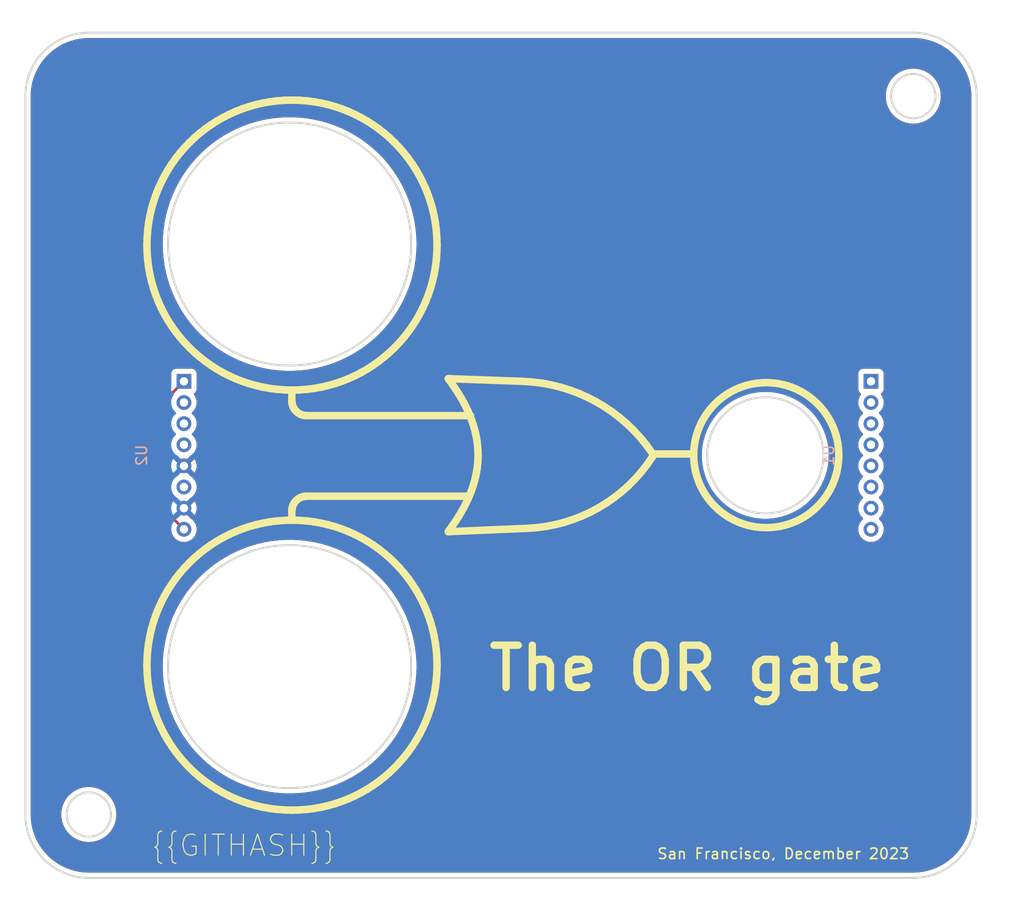
<source format=kicad_pcb>
(kicad_pcb (version 20221018) (generator pcbnew)
  (layers (0 "F.Cu" signal) (31 "B.Cu" signal) (34 "B.Paste" user) (35 "F.Paste" user) (36 "B.SilkS" user "B.Silkscreen") (37 "F.SilkS" user "F.Silkscreen") (38 "B.Mask" user) (39 "F.Mask" user) (44 "Edge.Cuts" user))
  (net 0 "")
  (net 1 "out")
  (net 2 "latch")
  (net 3 "xor")
  (net 4 "and")
  (net 5 "or")
  (net 6 "not")
  (net 7 "wire")
  (net 8 "in")
  (net 9 "and-1")
  (net 10 "xor-1")
  (net 11 "or-1")
  (net 12 "not-1")
  (net 13 "wire-1")
  (net 14 "in-1")
  (footprint "lib:HDR-TH_8P-P2.00-V-F" (layer "B.Cu") (at 101.8 101.1 -90)
    (fp_text reference "U2")
    (fp_text value "<help! no value>")
  )
  (footprint "lib:HDR-TH_8P-P2.00-V-F" (layer "B.Cu") (at 166.8 101.1 -90)
    (fp_text reference "U1")
    (fp_text value "<help! no value>")
  )
  (gr_line (start 114.789789 94.645114) (end 114.113957 94.765805) (stroke (width 0.703791)) (layer "F.SilkS"))
  (gr_line (start 119.697121 132.344329) (end 119.140298 132.701302) (stroke (width 0.703791)) (layer "F.SilkS"))
  (gr_line (start 128.038893 95.691126) (end 127.785011 95.269733) (stroke (width 0.703791)) (layer "F.SilkS"))
  (gr_line (start 109.258085 94.645114) (end 108.594111 94.491869) (stroke (width 0.703791)) (layer "F.SilkS"))
  (gr_line (start 112.730169 107.258148) (end 113.42713 107.311146) (stroke (width 0.703791)) (layer "F.SilkS"))
  (gr_line (start 133.857126 94.096706) (end 134.776739 94.15729) (stroke (width 0.703791)) (layer "F.SilkS"))
  (gr_line (start 150.028683 101.082113) (end 150.037612 100.728997) (stroke (width 0.703791)) (layer "F.SilkS"))
  (gr_line (start 115.453763 67.908128) (end 116.105016 68.093063) (stroke (width 0.703791)) (layer "F.SilkS"))
  (gr_line (start 114.113957 94.765805) (end 113.42713 94.85308) (stroke (width 0.703791)) (layer "F.SilkS"))
  (gr_line (start 103.294238 131.554282) (end 102.796271 131.122932) (stroke (width 0.703791)) (layer "F.SilkS"))
  (gr_line (start 162.759192 97.523932) (end 162.92442 97.811291) (stroke (width 0.703791)) (layer "F.SilkS"))
  (gr_line (start 110.620744 67.546917) (end 111.317705 67.49392) (stroke (width 0.703791)) (layer "F.SilkS"))
  (gr_line (start 112.522638 97.022749) (end 112.575813 97.064535) (stroke (width 0.703791)) (layer "F.SilkS"))
  (gr_line (start 129.615665 100.672992) (end 129.587587 100.262967) (stroke (width 0.703791)) (layer "F.SilkS"))
  (gr_line (start 112.331832 105.480386) (end 112.376073 105.429313) (stroke (width 0.703791)) (layer "F.SilkS"))
  (gr_line (start 100.643833 128.637409) (end 100.28686 128.080586) (stroke (width 0.703791)) (layer "F.SilkS"))
  (gr_line (start 99.132765 116.245475) (end 99.378495 115.62225) (stroke (width 0.703791)) (layer "F.SilkS"))
  (gr_line (start 112.180296 96.607527) (end 112.214189 96.666473) (stroke (width 0.703791)) (layer "F.SilkS"))
  (gr_line (start 111.317705 107.258148) (end 112.023937 107.240291) (stroke (width 0.703791)) (layer "F.SilkS"))
  (gr_line (start 112.688109 105.171939) (end 112.747054 105.138046) (stroke (width 0.703791)) (layer "F.SilkS"))
  (gr_line (start 129.475206 99.440179) (end 129.390873 99.027403) (stroke (width 0.703791)) (layer "F.SilkS"))
  (gr_line (start 154.850112 107.635583) (end 154.531277 107.527701) (stroke (width 0.703791)) (layer "F.SilkS"))
  (gr_line (start 107.305187 133.855397) (end 106.681961 133.609667) (stroke (width 0.703791)) (layer "F.SilkS"))
  (gr_line (start 152.27682 96.002759) (end 152.525803 95.787084) (stroke (width 0.703791)) (layer "F.SilkS"))
  (gr_line (start 124.091468 127.505869) (end 123.761013 128.080586) (stroke (width 0.703791)) (layer "F.SilkS"))
  (gr_line (start 117.365913 133.609667) (end 116.742687 133.855397) (stroke (width 0.703791)) (layer "F.SilkS"))
  (gr_line (start 107.942858 134.071161) (end 107.305187 133.855397) (stroke (width 0.703791)) (layer "F.SilkS"))
  (gr_line (start 124.669378 86.541975) (end 124.394544 87.149894) (stroke (width 0.703791)) (layer "F.SilkS"))
  (gr_line (start 115.453763 94.491869) (end 114.789789 94.645114) (stroke (width 0.703791)) (layer "F.SilkS"))
  (gr_line (start 157.935661 107.865018) (end 157.592247 107.908656) (stroke (width 0.703791)) (layer "F.SilkS"))
  (gr_line (start 112.149212 105.765493) (end 112.180296 105.704801) (stroke (width 0.703791)) (layer "F.SilkS"))
  (gr_line (start 122.613993 89.929698) (end 122.182643 90.427665) (stroke (width 0.703791)) (layer "F.SilkS"))
  (gr_line (start 150.037612 100.728997) (end 150.064111 100.380516) (stroke (width 0.703791)) (layer "F.SilkS"))
  (gr_line (start 163.673558 100.037103) (end 163.717196 100.380516) (stroke (width 0.703791)) (layer "F.SilkS"))
  (gr_line (start 114.113957 67.634193) (end 114.789789 67.754884) (stroke (width 0.703791)) (layer "F.SilkS"))
  (gr_line (start 103.294238 110.374169) (end 103.812686 109.96675) (stroke (width 0.703791)) (layer "F.SilkS"))
  (gr_line (start 125.677017 119.561033) (end 125.730015 120.257994) (stroke (width 0.703791)) (layer "F.SilkS"))
  (gr_line (start 129.625022 101.082113) (end 129.615665 100.672992) (stroke (width 0.703791)) (layer "F.SilkS"))
  (gr_line (start 162.185682 96.717263) (end 162.389392 96.976487) (stroke (width 0.703791)) (layer "F.SilkS"))
  (gr_line (start 101.86523 130.19189) (end 101.43388 129.693924) (stroke (width 0.703791)) (layer "F.SilkS"))
  (gr_line (start 102.319648 71.49571) (end 102.796271 71.041292) (stroke (width 0.703791)) (layer "F.SilkS"))
  (gr_line (start 150.244716 99.3672) (end 150.337184 99.041573) (stroke (width 0.703791)) (layer "F.SilkS"))
  (gr_line (start 114.789789 134.40934) (end 114.113957 134.530031) (stroke (width 0.703791)) (layer "F.SilkS"))
  (gr_line (start 118.56558 108.896695) (end 119.140298 109.22715) (stroke (width 0.703791)) (layer "F.SilkS"))
  (gr_line (start 126.804464 108.325771) (end 127.220497 107.740254) (stroke (width 0.703791)) (layer "F.SilkS"))
  (gr_line (start 118.56558 69.132467) (end 119.140298 69.462923) (stroke (width 0.703791)) (layer "F.SilkS"))
  (gr_line (start 146.097541 100.885143) (end 146.228104 101.078435) (stroke (width 0.703791)) (layer "F.SilkS"))
  (gr_line (start 120.753635 110.374169) (end 121.251602 110.805519) (stroke (width 0.703791)) (layer "F.SilkS"))
  (gr_line (start 128.489979 105.633258) (end 128.687213 105.214798) (stroke (width 0.703791)) (layer "F.SilkS"))
  (gr_line (start 102.796271 131.122932) (end 102.319648 130.668514) (stroke (width 0.703791)) (layer "F.SilkS"))
  (gr_line (start 145.037917 102.711263) (end 144.448713 103.373714) (stroke (width 0.703791)) (layer "F.SilkS"))
  (gr_line (start 112.09582 96.420564) (end 112.121023 96.484485) (stroke (width 0.703791)) (layer "F.SilkS"))
  (gr_line (start 107.305187 108.073055) (end 107.942858 107.857292) (stroke (width 0.703791)) (layer "F.SilkS"))
  (gr_line (start 127.220497 94.423967) (end 126.807561 93.842818) (stroke (width 0.703791)) (layer "F.SilkS"))
  (gr_line (start 113.417991 97.344172) (end 128.914935 97.344172) (stroke (width 0.703791)) (layer "F.SilkS"))
  (gr_line (start 109.933916 67.634193) (end 110.620744 67.546917) (stroke (width 0.703791)) (layer "F.SilkS"))
  (gr_line (start 150.064111 100.380516) (end 150.107748 100.037103) (stroke (width 0.703791)) (layer "F.SilkS"))
  (gr_line (start 98.578822 123.730078) (end 98.458131 123.054246) (stroke (width 0.703791)) (layer "F.SilkS"))
  (gr_line (start 124.669378 115.62225) (end 124.915108 116.245475) (stroke (width 0.703791)) (layer "F.SilkS"))
  (gr_line (start 134.776739 94.15729) (end 135.685348 94.271694) (stroke (width 0.703791)) (layer "F.SilkS"))
  (gr_line (start 114.789789 67.754884) (end 115.453763 67.908128) (stroke (width 0.703791)) (layer "F.SilkS"))
  (gr_line (start 99.956405 74.658356) (end 100.28686 74.083639) (stroke (width 0.703791)) (layer "F.SilkS"))
  (gr_line (start 112.250802 96.723583) (end 112.290046 96.778769) (stroke (width 0.703791)) (layer "F.SilkS"))
  (gr_line (start 112.121023 96.484485) (end 112.149212 96.546835) (stroke (width 0.703791)) (layer "F.SilkS"))
  (gr_line (start 112.747054 105.138046) (end 112.807746 105.106961) (stroke (width 0.703791)) (layer "F.SilkS"))
  (gr_line (start 119.140298 92.937075) (end 118.56558 93.267531) (stroke (width 0.703791)) (layer "F.SilkS"))
  (gr_line (start 152.27682 106.161467) (end 152.038508 105.934258) (stroke (width 0.703791)) (layer "F.SilkS"))
  (gr_line (start 163.717196 101.783709) (end 163.673558 102.127123) (stroke (width 0.703791)) (layer "F.SilkS"))
  (gr_line (start 100.643833 113.291042) (end 101.02646 112.752975) (stroke (width 0.703791)) (layer "F.SilkS"))
  (gr_line (start 163.444123 99.041573) (end 163.53659 99.3672) (stroke (width 0.703791)) (layer "F.SilkS"))
  (gr_line (start 125.747872 81.2) (end 125.730015 81.906232) (stroke (width 0.703791)) (layer "F.SilkS"))
  (gr_line (start 114.113957 107.398421) (end 114.789789 107.519112) (stroke (width 0.703791)) (layer "F.SilkS"))
  (gr_line (start 156.189055 107.908656) (end 155.845641 107.865018) (stroke (width 0.703791)) (layer "F.SilkS"))
  (gr_line (start 112.023937 67.476062) (end 112.730169 67.49392) (stroke (width 0.703791)) (layer "F.SilkS"))
  (gr_line (start 105.482293 93.267531) (end 104.907576 92.937075) (stroke (width 0.703791)) (layer "F.SilkS"))
  (gr_line (start 158.273577 94.359556) (end 158.605564 94.436178) (stroke (width 0.703791)) (layer "F.SilkS"))
  (gr_line (start 151.022114 104.640293) (end 150.856886 104.352935) (stroke (width 0.703791)) (layer "F.SilkS"))
  (gr_line (start 153.915705 94.896809) (end 154.219664 94.759392) (stroke (width 0.703791)) (layer "F.SilkS"))
  (gr_line (start 101.43388 129.693924) (end 101.02646 129.175476) (stroke (width 0.703791)) (layer "F.SilkS"))
  (gr_line (start 151.811299 96.46828) (end 152.038508 96.229968) (stroke (width 0.703791)) (layer "F.SilkS"))
  (gr_line (start 150.856886 97.811291) (end 151.022114 97.523932) (stroke (width 0.703791)) (layer "F.SilkS"))
  (gr_line (start 151.391914 96.976487) (end 151.595624 96.717263) (stroke (width 0.703791)) (layer "F.SilkS"))
  (gr_line (start 117.365913 93.845441) (end 116.742687 94.091171) (stroke (width 0.703791)) (layer "F.SilkS"))
  (gr_line (start 150.107748 102.127123) (end 150.064111 101.783709) (stroke (width 0.703791)) (layer "F.SilkS"))
  (gr_line (start 128.038893 106.473097) (end 128.273877 106.052689) (stroke (width 0.703791)) (layer "F.SilkS"))
  (gr_line (start 125.469051 118.198374) (end 125.589742 118.874205) (stroke (width 0.703791)) (layer "F.SilkS"))
  (gr_line (start 104.350753 69.819895) (end 104.907576 69.462923) (stroke (width 0.703791)) (layer "F.SilkS"))
  (gr_line (start 101.02646 89.41125) (end 100.643833 88.873183) (stroke (width 0.703791)) (layer "F.SilkS"))
  (gr_line (start 106.074042 68.829391) (end 106.681961 68.554557) (stroke (width 0.703791)) (layer "F.SilkS"))
  (gr_line (start 128.489979 96.530966) (end 128.273877 96.111535) (stroke (width 0.703791)) (layer "F.SilkS"))
  (gr_line (start 125.589742 123.054246) (end 125.469051 123.730078) (stroke (width 0.703791)) (layer "F.SilkS"))
  (gr_line (start 98.917001 85.281079) (end 98.732066 84.629826) (stroke (width 0.703791)) (layer "F.SilkS"))
  (gr_line (start 161.504486 106.161467) (end 161.255502 106.377142) (stroke (width 0.703791)) (layer "F.SilkS"))
  (gr_line (start 112.026627 106.161374) (end 112.039006 106.092059) (stroke (width 0.703791)) (layer "F.SilkS"))
  (gr_line (start 141.754831 105.621762) (end 141.007292 106.077523) (stroke (width 0.703791)) (layer "F.SilkS"))
  (gr_line (start 129.587587 101.901259) (end 129.615665 101.491234) (stroke (width 0.703791)) (layer "F.SilkS"))
  (gr_line (start 158.273577 107.804672) (end 157.935661 107.865018) (stroke (width 0.703791)) (layer "F.SilkS"))
  (gr_line (start 129.587587 100.262967) (end 129.540772 99.852032) (stroke (width 0.703791)) (layer "F.SilkS"))
  (gr_line (start 98.578822 118.198374) (end 98.732066 117.5344) (stroke (width 0.703791)) (layer "F.SilkS"))
  (gr_line (start 152.038508 96.229968) (end 152.27682 96.002759) (stroke (width 0.703791)) (layer "F.SilkS"))
  (gr_line (start 98.458131 118.874205) (end 98.578822 118.198374) (stroke (width 0.703791)) (layer "F.SilkS"))
  (gr_line (start 112.934017 97.25876) (end 112.999419 97.28089) (stroke (width 0.703791)) (layer "F.SilkS"))
  (gr_line (start 157.935661 94.299211) (end 158.273577 94.359556) (stroke (width 0.703791)) (layer "F.SilkS"))
  (gr_line (start 123.761013 74.083639) (end 124.091468 74.658356) (stroke (width 0.703791)) (layer "F.SilkS"))
  (gr_line (start 112.870097 105.078773) (end 112.934017 105.05357) (stroke (width 0.703791)) (layer "F.SilkS"))
  (gr_line (start 150.064111 101.783709) (end 150.037612 101.435229) (stroke (width 0.703791)) (layer "F.SilkS"))
  (gr_line (start 156.890651 94.220145) (end 157.243767 94.229074) (stroke (width 0.703791)) (layer "F.SilkS"))
  (gr_line (start 98.917001 116.883146) (end 99.132765 116.245475) (stroke (width 0.703791)) (layer "F.SilkS"))
  (gr_line (start 163.673558 102.127123) (end 163.613213 102.465039) (stroke (width 0.703791)) (layer "F.SilkS"))
  (gr_line (start 101.43388 89.929698) (end 101.02646 89.41125) (stroke (width 0.703791)) (layer "F.SilkS"))
  (gr_line (start 99.653329 87.149894) (end 99.378495 86.541975) (stroke (width 0.703791)) (layer "F.SilkS"))
  (gr_line (start 112.999419 105.031441) (end 113.066214 105.012473) (stroke (width 0.703791)) (layer "F.SilkS"))
  (gr_line (start 150.567931 103.753101) (end 150.445066 103.441488) (stroke (width 0.703791)) (layer "F.SilkS"))
  (gr_line (start 152.785027 106.580852) (end 152.525803 106.377142) (stroke (width 0.703791)) (layer "F.SilkS"))
  (gr_line (start 163.743695 100.728997) (end 163.752623 101.082113) (stroke (width 0.703791)) (layer "F.SilkS"))
  (gr_line (start 125.677017 79.796807) (end 125.730015 80.493768) (stroke (width 0.703791)) (layer "F.SilkS"))
  (gr_line (start 121.728225 130.668514) (end 121.251602 131.122932) (stroke (width 0.703791)) (layer "F.SilkS"))
  (gr_line (start 99.653329 115.014331) (end 99.956405 114.422582) (stroke (width 0.703791)) (layer "F.SilkS"))
  (gr_line (start 158.931191 107.635583) (end 158.605564 107.72805) (stroke (width 0.703791)) (layer "F.SilkS"))
  (gr_line (start 103.812686 109.96675) (end 104.350753 109.584122) (stroke (width 0.703791)) (layer "F.SilkS"))
  (gr_line (start 154.531277 107.527701) (end 154.219664 107.404835) (stroke (width 0.703791)) (layer "F.SilkS"))
  (gr_line (start 99.378495 86.541975) (end 99.132765 85.91875) (stroke (width 0.703791)) (layer "F.SilkS"))
  (gr_line (start 162.389392 105.187739) (end 162.185682 105.446963) (stroke (width 0.703791)) (layer "F.SilkS"))
  (gr_line (start 112.730169 134.670304) (end 112.023937 134.688162) (stroke (width 0.703791)) (layer "F.SilkS"))
  (gr_line (start 109.258085 67.754884) (end 109.933916 67.634193) (stroke (width 0.703791)) (layer "F.SilkS"))
  (gr_line (start 112.214189 105.645856) (end 112.250802 105.588746) (stroke (width 0.703791)) (layer "F.SilkS"))
  (gr_line (start 113.417991 104.968159) (end 128.563039 104.968159) (stroke (width 0.703791)) (layer "F.SilkS"))
  (gr_line (start 108.594111 134.256096) (end 107.942858 134.071161) (stroke (width 0.703791)) (layer "F.SilkS"))
  (gr_line (start 102.319648 130.668514) (end 101.86523 130.19189) (stroke (width 0.703791)) (layer "F.SilkS"))
  (gr_line (start 151.595624 105.446963) (end 151.391914 105.187739) (stroke (width 0.703791)) (layer "F.SilkS"))
  (gr_line (start 139.168576 95.24469) (end 139.991286 95.611073) (stroke (width 0.703791)) (layer "F.SilkS"))
  (gr_line (start 150.445066 98.722738) (end 150.567931 98.411125) (stroke (width 0.703791)) (layer "F.SilkS"))
  (gr_line (start 125.730015 81.906232) (end 125.677017 82.603193) (stroke (width 0.703791)) (layer "F.SilkS"))
  (gr_line (start 153.619831 95.048347) (end 153.915705 94.896809) (stroke (width 0.703791)) (layer "F.SilkS"))
  (gr_line (start 101.86523 90.427665) (end 101.43388 89.929698) (stroke (width 0.703791)) (layer "F.SilkS"))
  (gr_line (start 163.336241 103.441488) (end 163.213376 103.753101) (stroke (width 0.703791)) (layer "F.SilkS"))
  (gr_line (start 99.378495 115.62225) (end 99.653329 115.014331) (stroke (width 0.703791)) (layer "F.SilkS"))
  (gr_line (start 112.376073 105.429313) (end 112.42268 105.380429) (stroke (width 0.703791)) (layer "F.SilkS"))
  (gr_line (start 123.021413 112.752975) (end 123.40404 113.291042) (stroke (width 0.703791)) (layer "F.SilkS"))
  (gr_line (start 158.605564 94.436178) (end 158.931191 94.528646) (stroke (width 0.703791)) (layer "F.SilkS"))
  (gr_line (start 142.311039 96.987475) (end 143.027968 97.534886) (stroke (width 0.703791)) (layer "F.SilkS"))
  (gr_line (start 160.996278 106.580852) (end 160.727245 106.772166) (stroke (width 0.703791)) (layer "F.SilkS"))
  (gr_line (start 163.53659 99.3672) (end 163.613213 99.699187) (stroke (width 0.703791)) (layer "F.SilkS"))
  (gr_line (start 117.973831 93.570606) (end 117.365913 93.845441) (stroke (width 0.703791)) (layer "F.SilkS"))
  (gr_line (start 125.130872 85.281079) (end 124.915108 85.91875) (stroke (width 0.703791)) (layer "F.SilkS"))
  (gr_line (start 107.942858 107.857292) (end 108.594111 107.672357) (stroke (width 0.703791)) (layer "F.SilkS"))
  (gr_line (start 112.688109 97.140392) (end 112.747054 97.174285) (stroke (width 0.703791)) (layer "F.SilkS"))
  (gr_line (start 160.448833 95.213575) (end 160.727245 95.392061) (stroke (width 0.703791)) (layer "F.SilkS"))
  (gr_line (start 143.823763 103.997152) (end 143.165106 104.580414) (stroke (width 0.703791)) (layer "F.SilkS"))
  (gr_line (start 112.01224 96.009024) (end 112.017676 96.080507) (stroke (width 0.703791)) (layer "F.SilkS"))
  (gr_line (start 163.213376 103.753101) (end 163.075958 104.05706) (stroke (width 0.703791)) (layer "F.SilkS"))
  (gr_line (start 163.613213 99.699187) (end 163.673558 100.037103) (stroke (width 0.703791)) (layer "F.SilkS"))
  (gr_line (start 106.681961 108.318785) (end 107.305187 108.073055) (stroke (width 0.703791)) (layer "F.SilkS"))
  (gr_line (start 112.42268 105.380429) (end 112.471565 105.333822) (stroke (width 0.703791)) (layer "F.SilkS"))
  (gr_line (start 163.075958 98.107165) (end 163.213376 98.411125) (stroke (width 0.703791)) (layer "F.SilkS"))
  (gr_line (start 153.332472 95.213575) (end 153.619831 95.048347) (stroke (width 0.703791)) (layer "F.SilkS"))
  (gr_line (start 163.53659 102.797026) (end 163.444123 103.122652) (stroke (width 0.703791)) (layer "F.SilkS"))
  (gr_line (start 122.613993 112.234527) (end 123.021413 112.752975) (stroke (width 0.703791)) (layer "F.SilkS"))
  (gr_line (start 159.865599 94.896809) (end 160.161474 95.048347) (stroke (width 0.703791)) (layer "F.SilkS"))
  (gr_line (start 159.250027 94.636527) (end 159.56164 94.759392) (stroke (width 0.703791)) (layer "F.SilkS"))
  (gr_line (start 125.730015 80.493768) (end 125.747872 81.2) (stroke (width 0.703791)) (layer "F.SilkS"))
  (gr_line (start 156.890651 107.944083) (end 156.537535 107.935155) (stroke (width 0.703791)) (layer "F.SilkS"))
  (gr_line (start 98.917001 77.11892) (end 99.132765 76.481249) (stroke (width 0.703791)) (layer "F.SilkS"))
  (gr_line (start 123.761013 88.31636) (end 123.40404 88.873183) (stroke (width 0.703791)) (layer "F.SilkS"))
  (gr_line (start 121.728225 90.904288) (end 121.251602 91.358706) (stroke (width 0.703791)) (layer "F.SilkS"))
  (gr_line (start 105.482293 108.896695) (end 106.074042 108.593619) (stroke (width 0.703791)) (layer "F.SilkS"))
  (gr_line (start 98.370855 79.796807) (end 98.458131 79.109979) (stroke (width 0.703791)) (layer "F.SilkS"))
  (gr_line (start 125.469051 123.730078) (end 125.315807 124.394052) (stroke (width 0.703791)) (layer "F.SilkS"))
  (gr_line (start 123.40404 128.637409) (end 123.021413 129.175476) (stroke (width 0.703791)) (layer "F.SilkS"))
  (gr_line (start 98.370855 122.367419) (end 98.317858 121.670458) (stroke (width 0.703791)) (layer "F.SilkS"))
  (gr_line (start 137.782044 107.440689) (end 136.927156 107.660699) (stroke (width 0.703791)) (layer "F.SilkS"))
  (gr_line (start 124.394544 115.014331) (end 124.669378 115.62225) (stroke (width 0.703791)) (layer "F.SilkS"))
  (gr_line (start 157.243767 94.229074) (end 157.592247 94.255573) (stroke (width 0.703791)) (layer "F.SilkS"))
  (gr_line (start 105.482293 133.031757) (end 104.907576 132.701302) (stroke (width 0.703791)) (layer "F.SilkS"))
  (gr_line (start 112.054723 106.023959) (end 112.073691 105.957165) (stroke (width 0.703791)) (layer "F.SilkS"))
  (gr_line (start 100.643833 73.526815) (end 101.02646 72.988749) (stroke (width 0.703791)) (layer "F.SilkS"))
  (gr_line (start 122.182643 71.972334) (end 122.613993 72.470301) (stroke (width 0.703791)) (layer "F.SilkS"))
  (gr_line (start 113.345557 104.96999) (end 113.417991 104.968159) (stroke (width 0.703791)) (layer "F.SilkS"))
  (gr_line (start 122.613993 129.693924) (end 122.182643 130.19189) (stroke (width 0.703791)) (layer "F.SilkS"))
  (gr_line (start 112.999419 97.28089) (end 113.066214 97.299858) (stroke (width 0.703791)) (layer "F.SilkS"))
  (gr_line (start 135.173368 107.947646) (end 134.278545 108.012257) (stroke (width 0.703791)) (layer "F.SilkS"))
  (gr_line (start 163.613213 102.465039) (end 163.53659 102.797026) (stroke (width 0.703791)) (layer "F.SilkS"))
  (gr_line (start 138.324569 94.926418) (end 139.168576 95.24469) (stroke (width 0.703791)) (layer "F.SilkS"))
  (gr_line (start 113.345557 97.34234) (end 113.417991 97.344172) (stroke (width 0.703791)) (layer "F.SilkS"))
  (gr_line (start 129.540772 102.312194) (end 129.587587 101.901259) (stroke (width 0.703791)) (layer "F.SilkS"))
  (gr_line (start 150.037612 101.435229) (end 150.028683 101.082113) (stroke (width 0.703791)) (layer "F.SilkS"))
  (gr_line (start 103.812686 131.961702) (end 103.294238 131.554282) (stroke (width 0.703791)) (layer "F.SilkS"))
  (gr_line (start 113.20363 97.327953) (end 113.274074 97.336905) (stroke (width 0.703791)) (layer "F.SilkS"))
  (gr_line (start 109.933916 107.398421) (end 110.620744 107.311146) (stroke (width 0.703791)) (layer "F.SilkS"))
  (gr_line (start 125.315807 124.394052) (end 125.130872 125.045305) (stroke (width 0.703791)) (layer "F.SilkS"))
  (gr_line (start 111.317705 134.670304) (end 110.620744 134.617307) (stroke (width 0.703791)) (layer "F.SilkS"))
  (gr_line (start 124.915108 85.91875) (end 124.669378 86.541975) (stroke (width 0.703791)) (layer "F.SilkS"))
  (gr_line (start 124.915108 125.682975) (end 124.669378 126.306201) (stroke (width 0.703791)) (layer "F.SilkS"))
  (gr_line (start 160.161474 107.11588) (end 159.865599 107.267418) (stroke (width 0.703791)) (layer "F.SilkS"))
  (gr_line (start 129.287761 98.613695) (end 129.165853 98.199051) (stroke (width 0.703791)) (layer "F.SilkS"))
  (gr_line (start 111.317705 67.49392) (end 112.023937 67.476062) (stroke (width 0.703791)) (layer "F.SilkS"))
  (gr_line (start 154.531277 94.636527) (end 154.850112 94.528646) (stroke (width 0.703791)) (layer "F.SilkS"))
  (gr_line (start 150.445066 103.441488) (end 150.337184 103.122652) (stroke (width 0.703791)) (layer "F.SilkS"))
  (gr_line (start 145.589336 102.010962) (end 145.037917 102.711263) (stroke (width 0.703791)) (layer "F.SilkS"))
  (gr_line (start 146.233918 100.969983) (end 149.94879 100.969983) (stroke (width 0.703791)) (layer "F.SilkS"))
  (gr_line (start 150.107748 100.037103) (end 150.168094 99.699187) (stroke (width 0.703791)) (layer "F.SilkS"))
  (gr_line (start 116.742687 133.855397) (end 116.105016 134.071161) (stroke (width 0.703791)) (layer "F.SilkS"))
  (gr_line (start 114.113957 134.530031) (end 113.42713 134.617307) (stroke (width 0.703791)) (layer "F.SilkS"))
  (gr_line (start 112.730169 94.906078) (end 112.023937 94.923935) (stroke (width 0.703791)) (layer "F.SilkS"))
  (gr_line (start 98.732066 77.770174) (end 98.917001 77.11892) (stroke (width 0.703791)) (layer "F.SilkS"))
  (gr_line (start 142.474782 105.122338) (end 141.754831 105.621762) (stroke (width 0.703791)) (layer "F.SilkS"))
  (gr_line (start 100.643833 88.873183) (end 100.28686 88.31636) (stroke (width 0.703791)) (layer "F.SilkS"))
  (gr_line (start 125.589742 83.29002) (end 125.469051 83.965852) (stroke (width 0.703791)) (layer "F.SilkS"))
  (gr_line (start 112.023937 134.688162) (end 111.317705 134.670304) (stroke (width 0.703791)) (layer "F.SilkS"))
  (gr_line (start 160.996278 95.583375) (end 161.255502 95.787084) (stroke (width 0.703791)) (layer "F.SilkS"))
  (gr_line (start 103.812686 70.202522) (end 104.350753 69.819895) (stroke (width 0.703791)) (layer "F.SilkS"))
  (gr_line (start 106.681961 93.845441) (end 106.074042 93.570606) (stroke (width 0.703791)) (layer "F.SilkS"))
  (gr_line (start 160.727245 95.392061) (end 160.996278 95.583375) (stroke (width 0.703791)) (layer "F.SilkS"))
  (gr_line (start 128.865594 97.366923) (end 128.687213 96.949427) (stroke (width 0.703791)) (layer "F.SilkS"))
  (gr_line (start 161.255502 95.787084) (end 161.504486 96.002759) (stroke (width 0.703791)) (layer "F.SilkS"))
  (gr_line (start 112.630999 97.103779) (end 112.688109 97.140392) (stroke (width 0.703791)) (layer "F.SilkS"))
  (gr_line (start 105.482293 69.132467) (end 106.074042 68.829391) (stroke (width 0.703791)) (layer "F.SilkS"))
  (gr_line (start 108.594111 67.908128) (end 109.258085 67.754884) (stroke (width 0.703791)) (layer "F.SilkS"))
  (gr_line (start 120.753635 70.609942) (end 121.251602 71.041292) (stroke (width 0.703791)) (layer "F.SilkS"))
  (gr_line (start 123.40404 73.526815) (end 123.761013 74.083639) (stroke (width 0.703791)) (layer "F.SilkS"))
  (gr_line (start 116.105016 94.306934) (end 115.453763 94.491869) (stroke (width 0.703791)) (layer "F.SilkS"))
  (gr_line (start 100.28686 88.31636) (end 99.956405 87.741643) (stroke (width 0.703791)) (layer "F.SilkS"))
  (gr_line (start 163.444123 103.122652) (end 163.336241 103.441488) (stroke (width 0.703791)) (layer "F.SilkS"))
  (gr_line (start 129.025135 97.783463) (end 128.865594 97.366923) (stroke (width 0.703791)) (layer "F.SilkS"))
  (gr_line (start 113.274074 104.975426) (end 113.345557 104.96999) (stroke (width 0.703791)) (layer "F.SilkS"))
  (gr_line (start 107.305187 68.308827) (end 107.942858 68.093063) (stroke (width 0.703791)) (layer "F.SilkS"))
  (gr_line (start 119.697121 92.580103) (end 119.140298 92.937075) (stroke (width 0.703791)) (layer "F.SilkS"))
  (gr_line (start 162.759192 104.640293) (end 162.580706 104.918705) (stroke (width 0.703791)) (layer "F.SilkS"))
  (gr_line (start 106.074042 133.334833) (end 105.482293 133.031757) (stroke (width 0.703791)) (layer "F.SilkS"))
  (gr_line (start 99.378495 126.306201) (end 99.132765 125.682975) (stroke (width 0.703791)) (layer "F.SilkS"))
  (gr_line (start 160.161474 95.048347) (end 160.448833 95.213575) (stroke (width 0.703791)) (layer "F.SilkS"))
  (gr_line (start 114.789789 107.519112) (end 115.453763 107.672357) (stroke (width 0.703791)) (layer "F.SilkS"))
  (gr_line (start 121.251602 110.805519) (end 121.728225 111.259937) (stroke (width 0.703791)) (layer "F.SilkS"))
  (gr_line (start 125.677017 122.367419) (end 125.589742 123.054246) (stroke (width 0.703791)) (layer "F.SilkS"))
  (gr_line (start 125.589742 79.109979) (end 125.677017 79.796807) (stroke (width 0.703791)) (layer "F.SilkS"))
  (gr_line (start 98.732066 117.5344) (end 98.917001 116.883146) (stroke (width 0.703791)) (layer "F.SilkS"))
  (gr_line (start 101.43388 112.234527) (end 101.86523 111.73656) (stroke (width 0.703791)) (layer "F.SilkS"))
  (gr_line (start 112.039006 96.220267) (end 112.054723 96.288367) (stroke (width 0.703791)) (layer "F.SilkS"))
  (gr_line (start 153.619831 107.11588) (end 153.332472 106.950652) (stroke (width 0.703791)) (layer "F.SilkS"))
  (gr_line (start 101.02646 72.988749) (end 101.43388 72.470301) (stroke (width 0.703791)) (layer "F.SilkS"))
  (gr_line (start 116.105016 68.093063) (end 116.742687 68.308827) (stroke (width 0.703791)) (layer "F.SilkS"))
  (gr_line (start 120.235187 131.961702) (end 119.697121 132.344329) (stroke (width 0.703791)) (layer "F.SilkS"))
  (gr_line (start 156.537535 107.935155) (end 156.189055 107.908656) (stroke (width 0.703791)) (layer "F.SilkS"))
  (gr_line (start 153.054061 106.772166) (end 152.785027 106.580852) (stroke (width 0.703791)) (layer "F.SilkS"))
  (gr_line (start 104.907576 92.937075) (end 104.350753 92.580103) (stroke (width 0.703791)) (layer "F.SilkS"))
  (gr_line (start 98.317858 80.493768) (end 98.370855 79.796807) (stroke (width 0.703791)) (layer "F.SilkS"))
  (gr_line (start 163.336241 98.722738) (end 163.444123 99.041573) (stroke (width 0.703791)) (layer "F.SilkS"))
  (gr_line (start 156.537535 94.229074) (end 156.890651 94.220145) (stroke (width 0.703791)) (layer "F.SilkS"))
  (gr_line (start 104.907576 69.462923) (end 105.482293 69.132467) (stroke (width 0.703791)) (layer "F.SilkS"))
  (gr_line (start 124.091468 114.422582) (end 124.394544 115.014331) (stroke (width 0.703791)) (layer "F.SilkS"))
  (gr_line (start 117.973831 133.334833) (end 117.365913 133.609667) (stroke (width 0.703791)) (layer "F.SilkS"))
  (gr_line (start 98.458131 83.29002) (end 98.370855 82.603193) (stroke (width 0.703791)) (layer "F.SilkS"))
  (gr_line (start 127.785011 106.89449) (end 128.038893 106.473097) (stroke (width 0.703791)) (layer "F.SilkS"))
  (gr_line (start 98.317858 121.670458) (end 98.3 120.964226) (stroke (width 0.703791)) (layer "F.SilkS"))
  (gr_line (start 118.56558 133.031757) (end 117.973831 133.334833) (stroke (width 0.703791)) (layer "F.SilkS"))
  (gr_line (start 129.390873 99.027403) (end 129.287761 98.613695) (stroke (width 0.703791)) (layer "F.SilkS"))
  (gr_line (start 159.56164 107.404835) (end 159.250027 107.527701) (stroke (width 0.703791)) (layer "F.SilkS"))
  (gr_line (start 112.073691 105.957165) (end 112.09582 105.891763) (stroke (width 0.703791)) (layer "F.SilkS"))
  (gr_line (start 157.592247 107.908656) (end 157.243767 107.935155) (stroke (width 0.703791)) (layer "F.SilkS"))
  (gr_line (start 127.512217 107.316873) (end 127.785011 106.89449) (stroke (width 0.703791)) (layer "F.SilkS"))
  (gr_line (start 98.3 81.2) (end 98.317858 80.493768) (stroke (width 0.703791)) (layer "F.SilkS"))
  (gr_line (start 140.790639 96.024426) (end 141.564576 96.483607) (stroke (width 0.703791)) (layer "F.SilkS"))
  (gr_line (start 99.132765 125.682975) (end 98.917001 125.045305) (stroke (width 0.703791)) (layer "F.SilkS"))
  (gr_line (start 163.075958 104.05706) (end 162.92442 104.352935) (stroke (width 0.703791)) (layer "F.SilkS"))
  (gr_line (start 113.42713 134.617307) (end 112.730169 134.670304) (stroke (width 0.703791)) (layer "F.SilkS"))
  (gr_line (start 112.575813 105.247795) (end 112.630999 105.208551) (stroke (width 0.703791)) (layer "F.SilkS"))
  (gr_line (start 124.394544 75.250105) (end 124.669378 75.858024) (stroke (width 0.703791)) (layer "F.SilkS"))
  (gr_line (start 123.021413 89.41125) (end 122.613993 89.929698) (stroke (width 0.703791)) (layer "F.SilkS"))
  (gr_line (start 143.027968 97.534886) (end 143.713304 98.1247) (stroke (width 0.703791)) (layer "F.SilkS"))
  (gr_line (start 102.319648 90.904288) (end 101.86523 90.427665) (stroke (width 0.703791)) (layer "F.SilkS"))
  (gr_line (start 155.507726 107.804672) (end 155.175739 107.72805) (stroke (width 0.703791)) (layer "F.SilkS"))
  (gr_line (start 113.20363 104.984377) (end 113.274074 104.975426) (stroke (width 0.703791)) (layer "F.SilkS"))
  (gr_line (start 113.42713 67.546917) (end 114.113957 67.634193) (stroke (width 0.703791)) (layer "F.SilkS"))
  (gr_line (start 113.42713 94.85308) (end 112.730169 94.906078) (stroke (width 0.703791)) (layer "F.SilkS"))
  (gr_line (start 119.697121 109.584122) (end 120.235187 109.96675) (stroke (width 0.703791)) (layer "F.SilkS"))
  (gr_line (start 121.728225 71.49571) (end 122.182643 71.972334) (stroke (width 0.703791)) (layer "F.SilkS"))
  (gr_line (start 104.350753 92.580103) (end 103.812686 92.197476) (stroke (width 0.703791)) (layer "F.SilkS"))
  (gr_line (start 112.522638 105.289581) (end 112.575813 105.247795) (stroke (width 0.703791)) (layer "F.SilkS"))
  (gr_line (start 112.376073 96.883016) (end 112.42268 96.931901) (stroke (width 0.703791)) (layer "F.SilkS"))
  (gr_line (start 163.743695 101.435229) (end 163.717196 101.783709) (stroke (width 0.703791)) (layer "F.SilkS"))
  (gr_line (start 150.567931 98.411125) (end 150.705348 98.107165) (stroke (width 0.703791)) (layer "F.SilkS"))
  (gr_line (start 144.364988 98.755775) (end 144.980962 99.426968) (stroke (width 0.703791)) (layer "F.SilkS"))
  (gr_line (start 158.605564 107.72805) (end 158.273577 107.804672) (stroke (width 0.703791)) (layer "F.SilkS"))
  (gr_line (start 159.56164 94.759392) (end 159.865599 94.896809) (stroke (width 0.703791)) (layer "F.SilkS"))
  (gr_line (start 151.022114 97.523932) (end 151.2006 97.245521) (stroke (width 0.703791)) (layer "F.SilkS"))
  (gr_line (start 143.165106 104.580414) (end 142.474782 105.122338) (stroke (width 0.703791)) (layer "F.SilkS"))
  (gr_line (start 162.185682 105.446963) (end 161.970007 105.695946) (stroke (width 0.703791)) (layer "F.SilkS"))
  (gr_line (start 123.021413 72.988749) (end 123.40404 73.526815) (stroke (width 0.703791)) (layer "F.SilkS"))
  (gr_line (start 106.681961 133.609667) (end 106.074042 133.334833) (stroke (width 0.703791)) (layer "F.SilkS"))
  (gr_line (start 120.235187 92.197476) (end 119.697121 92.580103) (stroke (width 0.703791)) (layer "F.SilkS"))
  (gr_line (start 102.319648 111.259937) (end 102.796271 110.805519) (stroke (width 0.703791)) (layer "F.SilkS"))
  (gr_line (start 140.234204 106.488458) (end 139.437607 106.853406) (stroke (width 0.703791)) (layer "F.SilkS"))
  (gr_line (start 125.730015 120.257994) (end 125.747872 120.964226) (stroke (width 0.703791)) (layer "F.SilkS"))
  (gr_line (start 129.475206 102.724047) (end 129.540772 102.312194) (stroke (width 0.703791)) (layer "F.SilkS"))
  (gr_line (start 157.592247 94.255573) (end 157.935661 94.299211) (stroke (width 0.703791)) (layer "F.SilkS"))
  (gr_line (start 155.507726 94.359556) (end 155.845641 94.299211) (stroke (width 0.703791)) (layer "F.SilkS"))
  (gr_line (start 122.613993 72.470301) (end 123.021413 72.988749) (stroke (width 0.703791)) (layer "F.SilkS"))
  (gr_line (start 117.973831 68.829391) (end 118.56558 69.132467) (stroke (width 0.703791)) (layer "F.SilkS"))
  (gr_line (start 139.437607 106.853406) (end 138.61954 107.171204) (stroke (width 0.703791)) (layer "F.SilkS"))
  (gr_line (start 111.317705 94.906078) (end 110.620744 94.85308) (stroke (width 0.703791)) (layer "F.SilkS"))
  (gr_line (start 121.251602 131.122932) (end 120.753635 131.554282) (stroke (width 0.703791)) (layer "F.SilkS"))
  (gr_line (start 125.469051 78.434147) (end 125.589742 79.109979) (stroke (width 0.703791)) (layer "F.SilkS"))
  (gr_line (start 161.970007 96.46828) (end 162.185682 96.717263) (stroke (width 0.703791)) (layer "F.SilkS"))
  (gr_line (start 137.461322 94.657401) (end 138.324569 94.926418) (stroke (width 0.703791)) (layer "F.SilkS"))
  (gr_line (start 99.653329 126.91412) (end 99.378495 126.306201) (stroke (width 0.703791)) (layer "F.SilkS"))
  (gr_line (start 99.956405 127.505869) (end 99.653329 126.91412) (stroke (width 0.703791)) (layer "F.SilkS"))
  (gr_line (start 101.02646 112.752975) (end 101.43388 112.234527) (stroke (width 0.703791)) (layer "F.SilkS"))
  (gr_line (start 162.580706 104.918705) (end 162.389392 105.187739) (stroke (width 0.703791)) (layer "F.SilkS"))
  (gr_line (start 112.010408 95.115071) (end 112.010408 95.93659) (stroke (width 0.703791)) (layer "F.SilkS"))
  (gr_line (start 127.220497 107.740254) (end 127.512217 107.316873) (stroke (width 0.703791)) (layer "F.SilkS"))
  (gr_line (start 122.182643 90.427665) (end 121.728225 90.904288) (stroke (width 0.703791)) (layer "F.SilkS"))
  (gr_line (start 125.315807 117.5344) (end 125.469051 118.198374) (stroke (width 0.703791)) (layer "F.SilkS"))
  (gr_line (start 129.390873 103.136823) (end 129.475206 102.724047) (stroke (width 0.703791)) (layer "F.SilkS"))
  (gr_line (start 110.620744 107.311146) (end 111.317705 107.258148) (stroke (width 0.703791)) (layer "F.SilkS"))
  (gr_line (start 112.290046 105.53356) (end 112.331832 105.480386) (stroke (width 0.703791)) (layer "F.SilkS"))
  (gr_line (start 99.132765 76.481249) (end 99.378495 75.858024) (stroke (width 0.703791)) (layer "F.SilkS"))
  (gr_line (start 129.165853 98.199051) (end 129.025135 97.783463) (stroke (width 0.703791)) (layer "F.SilkS"))
  (gr_line (start 112.290046 96.778769) (end 112.331832 96.831943) (stroke (width 0.703791)) (layer "F.SilkS"))
  (gr_line (start 138.61954 107.171204) (end 137.782044 107.440689) (stroke (width 0.703791)) (layer "F.SilkS"))
  (gr_line (start 112.42268 96.931901) (end 112.471565 96.978508) (stroke (width 0.703791)) (layer "F.SilkS"))
  (gr_line (start 125.315807 77.770174) (end 125.469051 78.434147) (stroke (width 0.703791)) (layer "F.SilkS"))
  (gr_line (start 161.742798 105.934258) (end 161.504486 106.161467) (stroke (width 0.703791)) (layer "F.SilkS"))
  (gr_line (start 136.056918 107.830072) (end 135.173368 107.947646) (stroke (width 0.703791)) (layer "F.SilkS"))
  (gr_line (start 112.023937 94.923935) (end 111.317705 94.906078) (stroke (width 0.703791)) (layer "F.SilkS"))
  (gr_line (start 122.182643 130.19189) (end 121.728225 130.668514) (stroke (width 0.703791)) (layer "F.SilkS"))
  (gr_line (start 112.630999 105.208551) (end 112.688109 105.171939) (stroke (width 0.703791)) (layer "F.SilkS"))
  (gr_line (start 98.3 120.964226) (end 98.317858 120.257994) (stroke (width 0.703791)) (layer "F.SilkS"))
  (gr_line (start 123.40404 113.291042) (end 123.761013 113.847865) (stroke (width 0.703791)) (layer "F.SilkS"))
  (gr_line (start 108.594111 107.672357) (end 109.258085 107.519112) (stroke (width 0.703791)) (layer "F.SilkS"))
  (gr_line (start 125.677017 82.603193) (end 125.589742 83.29002) (stroke (width 0.703791)) (layer "F.SilkS"))
  (gr_line (start 120.235187 109.96675) (end 120.753635 110.374169) (stroke (width 0.703791)) (layer "F.SilkS"))
  (gr_line (start 128.687213 96.949427) (end 128.489979 96.530966) (stroke (width 0.703791)) (layer "F.SilkS"))
  (gr_line (start 120.753635 131.554282) (end 120.235187 131.961702) (stroke (width 0.703791)) (layer "F.SilkS"))
  (gr_line (start 100.28686 128.080586) (end 99.956405 127.505869) (stroke (width 0.703791)) (layer "F.SilkS"))
  (gr_line (start 117.973831 108.593619) (end 118.56558 108.896695) (stroke (width 0.703791)) (layer "F.SilkS"))
  (gr_line (start 150.337184 103.122652) (end 150.244716 102.797026) (stroke (width 0.703791)) (layer "F.SilkS"))
  (gr_line (start 109.258085 134.40934) (end 108.594111 134.256096) (stroke (width 0.703791)) (layer "F.SilkS"))
  (gr_line (start 115.453763 107.672357) (end 116.105016 107.857292) (stroke (width 0.703791)) (layer "F.SilkS"))
  (gr_line (start 103.294238 70.609942) (end 103.812686 70.202522) (stroke (width 0.703791)) (layer "F.SilkS"))
  (gr_line (start 112.010408 106.375733) (end 112.01224 106.3033) (stroke (width 0.703791)) (layer "F.SilkS"))
  (gr_line (start 101.43388 72.470301) (end 101.86523 71.972334) (stroke (width 0.703791)) (layer "F.SilkS"))
  (gr_line (start 112.180296 105.704801) (end 112.214189 105.645856) (stroke (width 0.703791)) (layer "F.SilkS"))
  (gr_line (start 122.182643 111.73656) (end 122.613993 112.234527) (stroke (width 0.703791)) (layer "F.SilkS"))
  (gr_line (start 107.942858 94.306934) (end 107.305187 94.091171) (stroke (width 0.703791)) (layer "F.SilkS"))
  (gr_line (start 106.074042 93.570606) (end 105.482293 93.267531) (stroke (width 0.703791)) (layer "F.SilkS"))
  (gr_line (start 119.697121 69.819895) (end 120.235187 70.202522) (stroke (width 0.703791)) (layer "F.SilkS"))
  (gr_line (start 113.134314 104.996756) (end 113.20363 104.984377) (stroke (width 0.703791)) (layer "F.SilkS"))
  (gr_line (start 154.219664 107.404835) (end 153.915705 107.267418) (stroke (width 0.703791)) (layer "F.SilkS"))
  (gr_line (start 124.091468 74.658356) (end 124.394544 75.250105) (stroke (width 0.703791)) (layer "F.SilkS"))
  (gr_line (start 163.752623 101.082113) (end 163.743695 101.435229) (stroke (width 0.703791)) (layer "F.SilkS"))
  (gr_line (start 154.219664 94.759392) (end 154.531277 94.636527) (stroke (width 0.703791)) (layer "F.SilkS"))
  (gr_line (start 121.251602 71.041292) (end 121.728225 71.49571) (stroke (width 0.703791)) (layer "F.SilkS"))
  (gr_line (start 123.40404 88.873183) (end 123.021413 89.41125) (stroke (width 0.703791)) (layer "F.SilkS"))
  (gr_line (start 98.732066 124.394052) (end 98.578822 123.730078) (stroke (width 0.703791)) (layer "F.SilkS"))
  (gr_line (start 155.175739 94.436178) (end 155.507726 94.359556) (stroke (width 0.703791)) (layer "F.SilkS"))
  (gr_line (start 124.394544 126.91412) (end 124.091468 127.505869) (stroke (width 0.703791)) (layer "F.SilkS"))
  (gr_line (start 112.471565 105.333822) (end 112.522638 105.289581) (stroke (width 0.703791)) (layer "F.SilkS"))
  (gr_line (start 112.747054 97.174285) (end 112.807746 97.205369) (stroke (width 0.703791)) (layer "F.SilkS"))
  (gr_line (start 113.134314 97.315575) (end 113.20363 97.327953) (stroke (width 0.703791)) (layer "F.SilkS"))
  (gr_line (start 120.235187 70.202522) (end 120.753635 70.609942) (stroke (width 0.703791)) (layer "F.SilkS"))
  (gr_line (start 112.010408 107.197257) (end 112.010408 106.375733) (stroke (width 0.703791)) (layer "F.SilkS"))
  (gr_line (start 112.026627 96.150951) (end 112.039006 96.220267) (stroke (width 0.703791)) (layer "F.SilkS"))
  (gr_line (start 108.594111 94.491869) (end 107.942858 94.306934) (stroke (width 0.703791)) (layer "F.SilkS"))
  (gr_line (start 127.785011 95.269733) (end 127.512217 94.847349) (stroke (width 0.703791)) (layer "F.SilkS"))
  (gr_line (start 163.717196 100.380516) (end 163.743695 100.728997) (stroke (width 0.703791)) (layer "F.SilkS"))
  (gr_line (start 107.942858 68.093063) (end 108.594111 67.908128) (stroke (width 0.703791)) (layer "F.SilkS"))
  (gr_line (start 98.917001 125.045305) (end 98.732066 124.394052) (stroke (width 0.703791)) (layer "F.SilkS"))
  (gr_line (start 150.856886 104.352935) (end 150.705348 104.05706) (stroke (width 0.703791)) (layer "F.SilkS"))
  (gr_line (start 109.933916 134.530031) (end 109.258085 134.40934) (stroke (width 0.703791)) (layer "F.SilkS"))
  (gr_line (start 145.559166 100.137138) (end 146.097541 100.885143) (stroke (width 0.703791)) (layer "F.SilkS"))
  (gr_line (start 124.394544 87.149894) (end 124.091468 87.741643) (stroke (width 0.703791)) (layer "F.SilkS"))
  (gr_line (start 127.512217 94.847349) (end 127.220497 94.423967) (stroke (width 0.703791)) (layer "F.SilkS"))
  (gr_line (start 151.595624 96.717263) (end 151.811299 96.46828) (stroke (width 0.703791)) (layer "F.SilkS"))
  (gr_line (start 101.86523 111.73656) (end 102.319648 111.259937) (stroke (width 0.703791)) (layer "F.SilkS"))
  (gr_line (start 125.315807 84.629826) (end 125.130872 85.281079) (stroke (width 0.703791)) (layer "F.SilkS"))
  (gr_line (start 150.244716 102.797026) (end 150.168094 102.465039) (stroke (width 0.703791)) (layer "F.SilkS"))
  (gr_line (start 157.243767 107.935155) (end 156.890651 107.944083) (stroke (width 0.703791)) (layer "F.SilkS"))
  (gr_line (start 135.685348 94.271694) (end 136.580895 94.438779) (stroke (width 0.703791)) (layer "F.SilkS"))
  (gr_line (start 128.687213 105.214798) (end 128.865594 104.797302) (stroke (width 0.703791)) (layer "F.SilkS"))
  (gr_line (start 121.251602 91.358706) (end 120.753635 91.790056) (stroke (width 0.703791)) (layer "F.SilkS"))
  (gr_line (start 125.130872 116.883146) (end 125.315807 117.5344) (stroke (width 0.703791)) (layer "F.SilkS"))
  (gr_line (start 151.2006 97.245521) (end 151.391914 96.976487) (stroke (width 0.703791)) (layer "F.SilkS"))
  (gr_line (start 98.732066 84.629826) (end 98.578822 83.965852) (stroke (width 0.703791)) (layer "F.SilkS"))
  (gr_line (start 112.250802 105.588746) (end 112.290046 105.53356) (stroke (width 0.703791)) (layer "F.SilkS"))
  (gr_line (start 129.615665 101.491234) (end 129.625022 101.082113) (stroke (width 0.703791)) (layer "F.SilkS"))
  (gr_line (start 112.023937 107.240291) (end 112.730169 107.258148) (stroke (width 0.703791)) (layer "F.SilkS"))
  (gr_line (start 101.02646 129.175476) (end 100.643833 128.637409) (stroke (width 0.703791)) (layer "F.SilkS"))
  (gr_line (start 125.469051 83.965852) (end 125.315807 84.629826) (stroke (width 0.703791)) (layer "F.SilkS"))
  (gr_line (start 144.980962 99.426968) (end 145.559166 100.137138) (stroke (width 0.703791)) (layer "F.SilkS"))
  (gr_line (start 144.448713 103.373714) (end 143.823763 103.997152) (stroke (width 0.703791)) (layer "F.SilkS"))
  (gr_line (start 121.728225 111.259937) (end 122.182643 111.73656) (stroke (width 0.703791)) (layer "F.SilkS"))
  (gr_line (start 112.730169 67.49392) (end 113.42713 67.546917) (stroke (width 0.703791)) (layer "F.SilkS"))
  (gr_line (start 128.865594 104.797302) (end 129.025135 104.380763) (stroke (width 0.703791)) (layer "F.SilkS"))
  (gr_line (start 116.742687 68.308827) (end 117.365913 68.554557) (stroke (width 0.703791)) (layer "F.SilkS"))
  (gr_line (start 110.620744 134.617307) (end 109.933916 134.530031) (stroke (width 0.703791)) (layer "F.SilkS"))
  (gr_line (start 98.578822 83.965852) (end 98.458131 83.29002) (stroke (width 0.703791)) (layer "F.SilkS"))
  (gr_line (start 103.294238 91.790056) (end 102.796271 91.358706) (stroke (width 0.703791)) (layer "F.SilkS"))
  (gr_line (start 152.038508 105.934258) (end 151.811299 105.695946) (stroke (width 0.703791)) (layer "F.SilkS"))
  (gr_line (start 104.907576 132.701302) (end 104.350753 132.344329) (stroke (width 0.703791)) (layer "F.SilkS"))
  (gr_line (start 159.865599 107.267418) (end 159.56164 107.404835) (stroke (width 0.703791)) (layer "F.SilkS"))
  (gr_line (start 116.105016 107.857292) (end 116.742687 108.073055) (stroke (width 0.703791)) (layer "F.SilkS"))
  (gr_line (start 162.580706 97.245521) (end 162.759192 97.523932) (stroke (width 0.703791)) (layer "F.SilkS"))
  (gr_line (start 112.017676 106.231817) (end 112.026627 106.161374) (stroke (width 0.703791)) (layer "F.SilkS"))
  (gr_line (start 160.448833 106.950652) (end 160.161474 107.11588) (stroke (width 0.703791)) (layer "F.SilkS"))
  (gr_line (start 103.812686 92.197476) (end 103.294238 91.790056) (stroke (width 0.703791)) (layer "F.SilkS"))
  (gr_line (start 150.168094 99.699187) (end 150.244716 99.3672) (stroke (width 0.703791)) (layer "F.SilkS"))
  (gr_line (start 156.189055 94.255573) (end 156.537535 94.229074) (stroke (width 0.703791)) (layer "F.SilkS"))
  (gr_line (start 151.811299 105.695946) (end 151.595624 105.446963) (stroke (width 0.703791)) (layer "F.SilkS"))
  (gr_line (start 110.620744 94.85308) (end 109.933916 94.765805) (stroke (width 0.703791)) (layer "F.SilkS"))
  (gr_line (start 126.807561 93.842818) (end 133.857126 94.096706) (stroke (width 0.703791)) (layer "F.SilkS"))
  (gr_line (start 104.350753 132.344329) (end 103.812686 131.961702) (stroke (width 0.703791)) (layer "F.SilkS"))
  (gr_line (start 120.753635 91.790056) (end 120.235187 92.197476) (stroke (width 0.703791)) (layer "F.SilkS"))
  (gr_line (start 117.365913 108.318785) (end 117.973831 108.593619) (stroke (width 0.703791)) (layer "F.SilkS"))
  (gr_line (start 112.054723 96.288367) (end 112.073691 96.355162) (stroke (width 0.703791)) (layer "F.SilkS"))
  (gr_line (start 160.727245 106.772166) (end 160.448833 106.950652) (stroke (width 0.703791)) (layer "F.SilkS"))
  (gr_line (start 112.010408 95.93659) (end 112.01224 96.009024) (stroke (width 0.703791)) (layer "F.SilkS"))
  (gr_line (start 113.42713 107.311146) (end 114.113957 107.398421) (stroke (width 0.703791)) (layer "F.SilkS"))
  (gr_line (start 119.140298 109.22715) (end 119.697121 109.584122) (stroke (width 0.703791)) (layer "F.SilkS"))
  (gr_line (start 115.453763 134.256096) (end 114.789789 134.40934) (stroke (width 0.703791)) (layer "F.SilkS"))
  (gr_line (start 112.09582 105.891763) (end 112.121023 105.827843) (stroke (width 0.703791)) (layer "F.SilkS"))
  (gr_line (start 123.761013 128.080586) (end 123.40404 128.637409) (stroke (width 0.703791)) (layer "F.SilkS"))
  (gr_line (start 146.228104 101.078435) (end 146.10093 101.273972) (stroke (width 0.703791)) (layer "F.SilkS"))
  (gr_line (start 136.927156 107.660699) (end 136.056918 107.830072) (stroke (width 0.703791)) (layer "F.SilkS"))
  (gr_line (start 125.730015 121.670458) (end 125.677017 122.367419) (stroke (width 0.703791)) (layer "F.SilkS"))
  (gr_line (start 128.273877 96.111535) (end 128.038893 95.691126) (stroke (width 0.703791)) (layer "F.SilkS"))
  (gr_line (start 152.785027 95.583375) (end 153.054061 95.392061) (stroke (width 0.703791)) (layer "F.SilkS"))
  (gr_line (start 109.933916 94.765805) (end 109.258085 94.645114) (stroke (width 0.703791)) (layer "F.SilkS"))
  (gr_line (start 98.370855 119.561033) (end 98.458131 118.874205) (stroke (width 0.703791)) (layer "F.SilkS"))
  (gr_line (start 113.066214 97.299858) (end 113.134314 97.315575) (stroke (width 0.703791)) (layer "F.SilkS"))
  (gr_line (start 99.956405 114.422582) (end 100.28686 113.847865) (stroke (width 0.703791)) (layer "F.SilkS"))
  (gr_line (start 125.589742 118.874205) (end 125.677017 119.561033) (stroke (width 0.703791)) (layer "F.SilkS"))
  (gr_line (start 112.331832 96.831943) (end 112.376073 96.883016) (stroke (width 0.703791)) (layer "F.SilkS"))
  (gr_line (start 141.007292 106.077523) (end 140.234204 106.488458) (stroke (width 0.703791)) (layer "F.SilkS"))
  (gr_line (start 150.168094 102.465039) (end 150.107748 102.127123) (stroke (width 0.703791)) (layer "F.SilkS"))
  (gr_line (start 162.389392 96.976487) (end 162.580706 97.245521) (stroke (width 0.703791)) (layer "F.SilkS"))
  (gr_line (start 161.970007 105.695946) (end 161.742798 105.934258) (stroke (width 0.703791)) (layer "F.SilkS"))
  (gr_line (start 151.391914 105.187739) (end 151.2006 104.918705) (stroke (width 0.703791)) (layer "F.SilkS"))
  (gr_line (start 154.850112 94.528646) (end 155.175739 94.436178) (stroke (width 0.703791)) (layer "F.SilkS"))
  (gr_line (start 125.130872 125.045305) (end 124.915108 125.682975) (stroke (width 0.703791)) (layer "F.SilkS"))
  (gr_line (start 107.305187 94.091171) (end 106.681961 93.845441) (stroke (width 0.703791)) (layer "F.SilkS"))
  (gr_line (start 123.761013 113.847865) (end 124.091468 114.422582) (stroke (width 0.703791)) (layer "F.SilkS"))
  (gr_line (start 118.56558 93.267531) (end 117.973831 93.570606) (stroke (width 0.703791)) (layer "F.SilkS"))
  (gr_line (start 153.332472 106.950652) (end 153.054061 106.772166) (stroke (width 0.703791)) (layer "F.SilkS"))
  (gr_line (start 150.705348 104.05706) (end 150.567931 103.753101) (stroke (width 0.703791)) (layer "F.SilkS"))
  (gr_line (start 162.92442 97.811291) (end 163.075958 98.107165) (stroke (width 0.703791)) (layer "F.SilkS"))
  (gr_line (start 119.140298 69.462923) (end 119.697121 69.819895) (stroke (width 0.703791)) (layer "F.SilkS"))
  (gr_line (start 128.273877 106.052689) (end 128.489979 105.633258) (stroke (width 0.703791)) (layer "F.SilkS"))
  (gr_line (start 116.742687 94.091171) (end 116.105016 94.306934) (stroke (width 0.703791)) (layer "F.SilkS"))
  (gr_line (start 99.132765 85.91875) (end 98.917001 85.281079) (stroke (width 0.703791)) (layer "F.SilkS"))
  (gr_line (start 124.669378 126.306201) (end 124.394544 126.91412) (stroke (width 0.703791)) (layer "F.SilkS"))
  (gr_line (start 124.669378 75.858024) (end 124.915108 76.481249) (stroke (width 0.703791)) (layer "F.SilkS"))
  (gr_line (start 99.956405 87.741643) (end 99.653329 87.149894) (stroke (width 0.703791)) (layer "F.SilkS"))
  (gr_line (start 155.845641 107.865018) (end 155.507726 107.804672) (stroke (width 0.703791)) (layer "F.SilkS"))
  (gr_line (start 141.564576 96.483607) (end 142.311039 96.987475) (stroke (width 0.703791)) (layer "F.SilkS"))
  (gr_line (start 116.742687 108.073055) (end 117.365913 108.318785) (stroke (width 0.703791)) (layer "F.SilkS"))
  (gr_line (start 129.540772 99.852032) (end 129.475206 99.440179) (stroke (width 0.703791)) (layer "F.SilkS"))
  (gr_line (start 99.653329 75.250105) (end 99.956405 74.658356) (stroke (width 0.703791)) (layer "F.SilkS"))
  (gr_line (start 153.915705 107.267418) (end 153.619831 107.11588) (stroke (width 0.703791)) (layer "F.SilkS"))
  (gr_line (start 153.054061 95.392061) (end 153.332472 95.213575) (stroke (width 0.703791)) (layer "F.SilkS"))
  (gr_line (start 155.175739 107.72805) (end 154.850112 107.635583) (stroke (width 0.703791)) (layer "F.SilkS"))
  (gr_line (start 104.350753 109.584122) (end 104.907576 109.22715) (stroke (width 0.703791)) (layer "F.SilkS"))
  (gr_line (start 112.807746 97.205369) (end 112.870097 97.233557) (stroke (width 0.703791)) (layer "F.SilkS"))
  (gr_line (start 150.337184 99.041573) (end 150.445066 98.722738) (stroke (width 0.703791)) (layer "F.SilkS"))
  (gr_line (start 150.705348 98.107165) (end 150.856886 97.811291) (stroke (width 0.703791)) (layer "F.SilkS"))
  (gr_line (start 112.121023 105.827843) (end 112.149212 105.765493) (stroke (width 0.703791)) (layer "F.SilkS"))
  (gr_line (start 129.287761 103.55053) (end 129.390873 103.136823) (stroke (width 0.703791)) (layer "F.SilkS"))
  (gr_line (start 102.796271 110.805519) (end 103.294238 110.374169) (stroke (width 0.703791)) (layer "F.SilkS"))
  (gr_line (start 112.073691 96.355162) (end 112.09582 96.420564) (stroke (width 0.703791)) (layer "F.SilkS"))
  (gr_line (start 158.931191 94.528646) (end 159.250027 94.636527) (stroke (width 0.703791)) (layer "F.SilkS"))
  (gr_line (start 100.28686 74.083639) (end 100.643833 73.526815) (stroke (width 0.703791)) (layer "F.SilkS"))
  (gr_line (start 124.915108 116.245475) (end 125.130872 116.883146) (stroke (width 0.703791)) (layer "F.SilkS"))
  (gr_line (start 161.255502 106.377142) (end 160.996278 106.580852) (stroke (width 0.703791)) (layer "F.SilkS"))
  (gr_line (start 152.525803 106.377142) (end 152.27682 106.161467) (stroke (width 0.703791)) (layer "F.SilkS"))
  (gr_line (start 98.458131 79.109979) (end 98.578822 78.434147) (stroke (width 0.703791)) (layer "F.SilkS"))
  (gr_line (start 112.017676 96.080507) (end 112.026627 96.150951) (stroke (width 0.703791)) (layer "F.SilkS"))
  (gr_line (start 161.742798 96.229968) (end 161.970007 96.46828) (stroke (width 0.703791)) (layer "F.SilkS"))
  (gr_line (start 112.934017 105.05357) (end 112.999419 105.031441) (stroke (width 0.703791)) (layer "F.SilkS"))
  (gr_line (start 104.907576 109.22715) (end 105.482293 108.896695) (stroke (width 0.703791)) (layer "F.SilkS"))
  (gr_line (start 102.796271 91.358706) (end 102.319648 90.904288) (stroke (width 0.703791)) (layer "F.SilkS"))
  (gr_line (start 98.317858 81.906232) (end 98.3 81.2) (stroke (width 0.703791)) (layer "F.SilkS"))
  (gr_line (start 112.149212 96.546835) (end 112.180296 96.607527) (stroke (width 0.703791)) (layer "F.SilkS"))
  (gr_line (start 125.747872 120.964226) (end 125.730015 121.670458) (stroke (width 0.703791)) (layer "F.SilkS"))
  (gr_line (start 113.274074 97.336905) (end 113.345557 97.34234) (stroke (width 0.703791)) (layer "F.SilkS"))
  (gr_line (start 125.130872 77.11892) (end 125.315807 77.770174) (stroke (width 0.703791)) (layer "F.SilkS"))
  (gr_line (start 117.365913 68.554557) (end 117.973831 68.829391) (stroke (width 0.703791)) (layer "F.SilkS"))
  (gr_line (start 106.681961 68.554557) (end 107.305187 68.308827) (stroke (width 0.703791)) (layer "F.SilkS"))
  (gr_line (start 161.504486 96.002759) (end 161.742798 96.229968) (stroke (width 0.703791)) (layer "F.SilkS"))
  (gr_line (start 98.370855 82.603193) (end 98.317858 81.906232) (stroke (width 0.703791)) (layer "F.SilkS"))
  (gr_line (start 116.105016 134.071161) (end 115.453763 134.256096) (stroke (width 0.703791)) (layer "F.SilkS"))
  (gr_line (start 99.378495 75.858024) (end 99.653329 75.250105) (stroke (width 0.703791)) (layer "F.SilkS"))
  (gr_line (start 134.278545 108.012257) (end 126.804464 108.325771) (stroke (width 0.703791)) (layer "F.SilkS"))
  (gr_line (start 112.214189 96.666473) (end 112.250802 96.723583) (stroke (width 0.703791)) (layer "F.SilkS"))
  (gr_line (start 98.317858 120.257994) (end 98.370855 119.561033) (stroke (width 0.703791)) (layer "F.SilkS"))
  (gr_line (start 123.021413 129.175476) (end 122.613993 129.693924) (stroke (width 0.703791)) (layer "F.SilkS"))
  (gr_line (start 162.92442 104.352935) (end 162.759192 104.640293) (stroke (width 0.703791)) (layer "F.SilkS"))
  (gr_line (start 112.575813 97.064535) (end 112.630999 97.103779) (stroke (width 0.703791)) (layer "F.SilkS"))
  (gr_line (start 146.10093 101.273972) (end 145.589336 102.010962) (stroke (width 0.703791)) (layer "F.SilkS"))
  (gr_line (start 112.039006 106.092059) (end 112.054723 106.023959) (stroke (width 0.703791)) (layer "F.SilkS"))
  (gr_line (start 98.458131 123.054246) (end 98.370855 122.367419) (stroke (width 0.703791)) (layer "F.SilkS"))
  (gr_line (start 159.250027 107.527701) (end 158.931191 107.635583) (stroke (width 0.703791)) (layer "F.SilkS"))
  (gr_line (start 152.525803 95.787084) (end 152.785027 95.583375) (stroke (width 0.703791)) (layer "F.SilkS"))
  (gr_line (start 136.580895 94.438779) (end 137.461322 94.657401) (stroke (width 0.703791)) (layer "F.SilkS"))
  (gr_line (start 106.074042 108.593619) (end 106.681961 108.318785) (stroke (width 0.703791)) (layer "F.SilkS"))
  (gr_line (start 124.915108 76.481249) (end 125.130872 77.11892) (stroke (width 0.703791)) (layer "F.SilkS"))
  (gr_line (start 113.066214 105.012473) (end 113.134314 104.996756) (stroke (width 0.703791)) (layer "F.SilkS"))
  (gr_line (start 102.796271 71.041292) (end 103.294238 70.609942) (stroke (width 0.703791)) (layer "F.SilkS"))
  (gr_line (start 155.845641 94.299211) (end 156.189055 94.255573) (stroke (width 0.703791)) (layer "F.SilkS"))
  (gr_line (start 129.165853 103.965175) (end 129.287761 103.55053) (stroke (width 0.703791)) (layer "F.SilkS"))
  (gr_line (start 163.213376 98.411125) (end 163.336241 98.722738) (stroke (width 0.703791)) (layer "F.SilkS"))
  (gr_line (start 151.2006 104.918705) (end 151.022114 104.640293) (stroke (width 0.703791)) (layer "F.SilkS"))
  (gr_line (start 98.578822 78.434147) (end 98.732066 77.770174) (stroke (width 0.703791)) (layer "F.SilkS"))
  (gr_line (start 143.713304 98.1247) (end 144.364988 98.755775) (stroke (width 0.703791)) (layer "F.SilkS"))
  (gr_line (start 112.471565 96.978508) (end 112.522638 97.022749) (stroke (width 0.703791)) (layer "F.SilkS"))
  (gr_line (start 100.28686 113.847865) (end 100.643833 113.291042) (stroke (width 0.703791)) (layer "F.SilkS"))
  (gr_line (start 101.86523 71.972334) (end 102.319648 71.49571) (stroke (width 0.703791)) (layer "F.SilkS"))
  (gr_line (start 112.870097 97.233557) (end 112.934017 97.25876) (stroke (width 0.703791)) (layer "F.SilkS"))
  (gr_line (start 112.807746 105.106961) (end 112.870097 105.078773) (stroke (width 0.703791)) (layer "F.SilkS"))
  (gr_line (start 139.991286 95.611073) (end 140.790639 96.024426) (stroke (width 0.703791)) (layer "F.SilkS"))
  (gr_line (start 124.091468 87.741643) (end 123.761013 88.31636) (stroke (width 0.703791)) (layer "F.SilkS"))
  (gr_line (start 129.025135 104.380763) (end 129.165853 103.965175) (stroke (width 0.703791)) (layer "F.SilkS"))
  (gr_line (start 109.258085 107.519112) (end 109.933916 107.398421) (stroke (width 0.703791)) (layer "F.SilkS"))
  (gr_line (start 112.01224 106.3033) (end 112.017676 106.231817) (stroke (width 0.703791)) (layer "F.SilkS"))
  (gr_line (start 119.140298 132.701302) (end 118.56558 133.031757) (stroke (width 0.703791)) (layer "F.SilkS"))
  (gr_line (start 92.8 141.1) (end 170.8 141.1) (stroke (width 0.2)) (layer "Edge.Cuts"))
  (gr_line (start 176.8 135.1) (end 176.8 67.1) (stroke (width 0.2)) (layer "Edge.Cuts"))
  (gr_arc (start 170.8 61.1) (mid 175.042641 62.857359) (end 176.8 67.1) (stroke (width 0.2)) (layer "Edge.Cuts"))
  (gr_circle (center 92.8 135.1) (end 90.7 135.1) (stroke (width 0.2)) (fill none) (layer "Edge.Cuts"))
  (gr_line (start 86.8 67.1) (end 86.8 135.1) (stroke (width 0.2)) (layer "Edge.Cuts"))
  (gr_circle (center 111.8 81.1) (end 100.3 81.1) (stroke (width 0.2)) (fill none) (layer "Edge.Cuts"))
  (gr_circle (center 170.8 67.1) (end 168.7 67.1) (stroke (width 0.2)) (fill none) (layer "Edge.Cuts"))
  (gr_circle (center 111.8 121.1) (end 100.3 121.1) (stroke (width 0.2)) (fill none) (layer "Edge.Cuts"))
  (gr_circle (center 156.8 101.1) (end 151.3 101.1) (stroke (width 0.2)) (fill none) (layer "Edge.Cuts"))
  (gr_arc (start 86.8 67.1) (mid 88.557359 62.857359) (end 92.8 61.1) (stroke (width 0.2)) (layer "Edge.Cuts"))
  (gr_line (start 170.8 61.1) (end 92.8 61.1) (stroke (width 0.2)) (layer "Edge.Cuts"))
  (gr_arc (start 92.8 141.1) (mid 88.557359 139.342641) (end 86.8 135.1) (stroke (width 0.2)) (layer "Edge.Cuts"))
  (gr_arc (start 176.8 135.1) (mid 175.042641 139.342641) (end 170.8 141.1) (stroke (width 0.2)) (layer "Edge.Cuts"))
  (gr_text "The OR gate" (at 130.3 123.6) (layer "F.SilkS") (effects (font (size 4 4) (thickness 0.7) bold) (justify left bottom)))
  (gr_text "San Francisco, December 2023" (at 146.5 139.4) (layer "F.SilkS") (effects (font (size 1 1)) (justify left bottom)))
  (gr_text "{{GITHASH}} " (at 98.6 139.2) (layer "F.SilkS") (effects (font (size 2 2) (thickness 0.1)) (justify left bottom)))
  (segment (start 103.3 104.6) (end 103.3 103.6) (width 0.25) (layer "F.Cu") (net 9))
  (segment (start 101.8 106.1) (end 103.3 104.6) (width 0.25) (layer "F.Cu") (net 9))
  (segment (start 103.3 103.6) (end 101.8 102.1) (width 0.25) (layer "F.Cu") (net 9))
  (segment (start 101.645785 107.945785) (end 101.462312 107.945785) (width 0.25) (layer "F.Cu") (net 14))
  (segment (start 101.8 108.1) (end 101.645785 107.945785) (width 0.25) (layer "F.Cu") (net 14))
  (segment (start 100.2 95.7) (end 100.2 106.5) (width 0.25) (layer "F.Cu") (net 14))
  (segment (start 101.8 94.1) (end 100.2 95.7) (width 0.25) (layer "F.Cu") (net 14))
  (segment (start 100.2 106.5) (end 101.8 108.1) (width 0.25) (layer "F.Cu") (net 14))
  (segment (start 101.462312 107.945785) (end 101.431881 108.049425) (width 0.25) (layer "F.Cu") (net 14))
  (segment (start 101.8 94.1) (end 102.060494 94.360494) (width 0.25) (layer "B.Cu") (net 14))
  (segment (start 102.060494 94.360494) (end 102.063507 94.357884) (width 0.25) (layer "B.Cu") (net 14))
  (zone (net 9) (net_name "and-1") (layer "F.Cu") (priority 1) (connect_pads (clearance 0.5)) (min_thickness 0.25) (fill yes (thermal_gap 0.5) (thermal_bridge_width 0.5))
    (polygon (pts (xy 84.5 59.2) (xy 84.5 143.8) (xy 181.3 143.7) (xy 180.9 58)))
  )
  (zone (net 9) (net_name "and-1") (layer "B.Cu") (connect_pads (clearance 0.5)) (min_thickness 0.25) (fill yes (thermal_gap 0.5) (thermal_bridge_width 0.5))
    (polygon (pts (xy 84.4 59.2) (xy 84.4 143.8) (xy 181.3 143.6) (xy 180.9 58)))
  )
)
</source>
